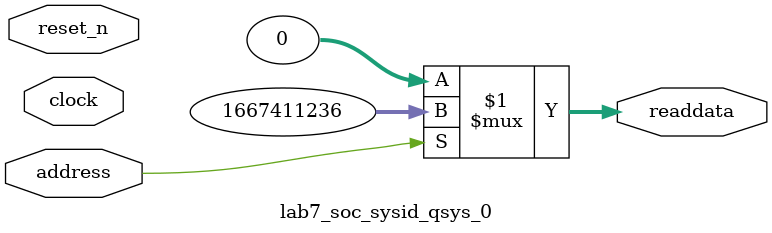
<source format=v>



// synthesis translate_off
`timescale 1ns / 1ps
// synthesis translate_on

// turn off superfluous verilog processor warnings 
// altera message_level Level1 
// altera message_off 10034 10035 10036 10037 10230 10240 10030 

module lab7_soc_sysid_qsys_0 (
               // inputs:
                address,
                clock,
                reset_n,

               // outputs:
                readdata
             )
;

  output  [ 31: 0] readdata;
  input            address;
  input            clock;
  input            reset_n;

  wire    [ 31: 0] readdata;
  //control_slave, which is an e_avalon_slave
  assign readdata = address ? 1667411236 : 0;

endmodule



</source>
